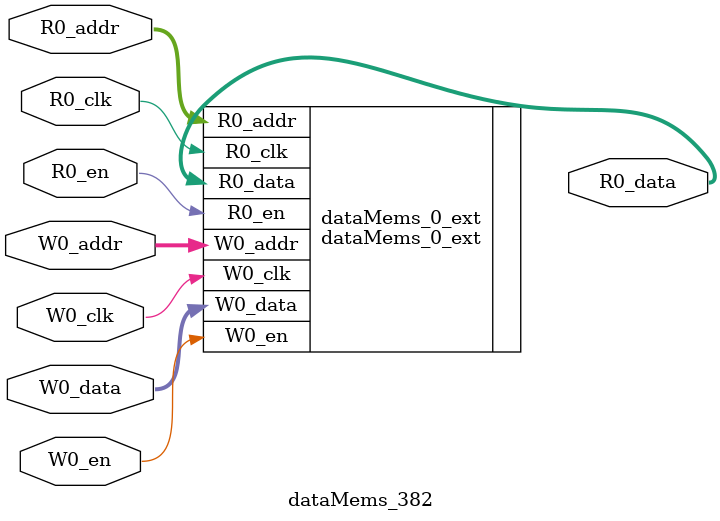
<source format=sv>
`ifndef RANDOMIZE
  `ifdef RANDOMIZE_REG_INIT
    `define RANDOMIZE
  `endif // RANDOMIZE_REG_INIT
`endif // not def RANDOMIZE
`ifndef RANDOMIZE
  `ifdef RANDOMIZE_MEM_INIT
    `define RANDOMIZE
  `endif // RANDOMIZE_MEM_INIT
`endif // not def RANDOMIZE

`ifndef RANDOM
  `define RANDOM $random
`endif // not def RANDOM

// Users can define 'PRINTF_COND' to add an extra gate to prints.
`ifndef PRINTF_COND_
  `ifdef PRINTF_COND
    `define PRINTF_COND_ (`PRINTF_COND)
  `else  // PRINTF_COND
    `define PRINTF_COND_ 1
  `endif // PRINTF_COND
`endif // not def PRINTF_COND_

// Users can define 'ASSERT_VERBOSE_COND' to add an extra gate to assert error printing.
`ifndef ASSERT_VERBOSE_COND_
  `ifdef ASSERT_VERBOSE_COND
    `define ASSERT_VERBOSE_COND_ (`ASSERT_VERBOSE_COND)
  `else  // ASSERT_VERBOSE_COND
    `define ASSERT_VERBOSE_COND_ 1
  `endif // ASSERT_VERBOSE_COND
`endif // not def ASSERT_VERBOSE_COND_

// Users can define 'STOP_COND' to add an extra gate to stop conditions.
`ifndef STOP_COND_
  `ifdef STOP_COND
    `define STOP_COND_ (`STOP_COND)
  `else  // STOP_COND
    `define STOP_COND_ 1
  `endif // STOP_COND
`endif // not def STOP_COND_

// Users can define INIT_RANDOM as general code that gets injected into the
// initializer block for modules with registers.
`ifndef INIT_RANDOM
  `define INIT_RANDOM
`endif // not def INIT_RANDOM

// If using random initialization, you can also define RANDOMIZE_DELAY to
// customize the delay used, otherwise 0.002 is used.
`ifndef RANDOMIZE_DELAY
  `define RANDOMIZE_DELAY 0.002
`endif // not def RANDOMIZE_DELAY

// Define INIT_RANDOM_PROLOG_ for use in our modules below.
`ifndef INIT_RANDOM_PROLOG_
  `ifdef RANDOMIZE
    `ifdef VERILATOR
      `define INIT_RANDOM_PROLOG_ `INIT_RANDOM
    `else  // VERILATOR
      `define INIT_RANDOM_PROLOG_ `INIT_RANDOM #`RANDOMIZE_DELAY begin end
    `endif // VERILATOR
  `else  // RANDOMIZE
    `define INIT_RANDOM_PROLOG_
  `endif // RANDOMIZE
`endif // not def INIT_RANDOM_PROLOG_

// Include register initializers in init blocks unless synthesis is set
`ifndef SYNTHESIS
  `ifndef ENABLE_INITIAL_REG_
    `define ENABLE_INITIAL_REG_
  `endif // not def ENABLE_INITIAL_REG_
`endif // not def SYNTHESIS

// Include rmemory initializers in init blocks unless synthesis is set
`ifndef SYNTHESIS
  `ifndef ENABLE_INITIAL_MEM_
    `define ENABLE_INITIAL_MEM_
  `endif // not def ENABLE_INITIAL_MEM_
`endif // not def SYNTHESIS

module dataMems_382(	// @[generators/ara/src/main/scala/UnsafeAXI4ToTL.scala:365:62]
  input  [4:0]  R0_addr,
  input         R0_en,
  input         R0_clk,
  output [66:0] R0_data,
  input  [4:0]  W0_addr,
  input         W0_en,
  input         W0_clk,
  input  [66:0] W0_data
);

  dataMems_0_ext dataMems_0_ext (	// @[generators/ara/src/main/scala/UnsafeAXI4ToTL.scala:365:62]
    .R0_addr (R0_addr),
    .R0_en   (R0_en),
    .R0_clk  (R0_clk),
    .R0_data (R0_data),
    .W0_addr (W0_addr),
    .W0_en   (W0_en),
    .W0_clk  (W0_clk),
    .W0_data (W0_data)
  );
endmodule


</source>
